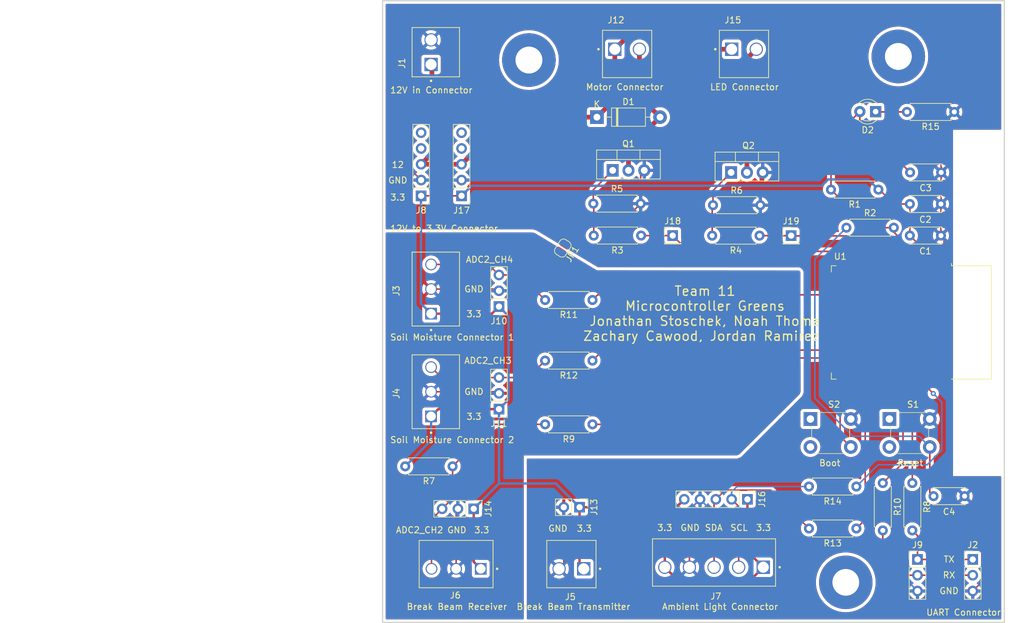
<source format=kicad_pcb>
(kicad_pcb (version 20211014) (generator pcbnew)
  (layers (0 "F.Cu" signal) (31 "B.Cu" signal) (34 "B.Paste" user) (35 "F.Paste" user) (36 "B.SilkS" user "B.Silkscreen") (37 "F.SilkS" user "F.Silkscreen") (38 "B.Mask" user) (39 "F.Mask" user) (44 "Edge.Cuts" user))
  (net 0 "")
  (net 1 "GND")
  (net 8 "ADC2_CH4")
  (net 15 "ADC2_CH3")
  (net 16 "ADC2_CH2")
  (net 24 "Net-(D1-Pad2)")
  (net 25 "TX")
  (net 27 "+12V")
  (net 28 "Net-(Q1-Pad1)")
  (net 29 "RX")
  (net 30 "+3V3")
  (net 31 "Net-(Q2-Pad1)")
  (net 32 "EN")
  (net 36 "boot")
  (net 38 "Net-(C4-Pad2)")
  (net 42 "SCL")
  (net 43 "SDA")
  (net 46 "Net-(J15-Pad2)")
  (net 49 "GPIO 27")
  (net 50 "GPIO 26")
  (net 51 "GNDA")
  (net 52 "Net-(U1-Pad35)")
  (net 53 "Net-(U1-Pad24)")
  (net 54 "Net-(U1-Pad34)")
  (net 55 "Net-(U1-Pad16)")
  (net 56 "Net-(U1-Pad23)")
  (net 57 "Net-(U1-Pad33)")
  (net 58 "Net-(U1-Pad36)")
  (net 59 "Net-(D2-Pad1)")
  (footprint "Connector_PinHeader_2.54mm:PinHeader_1x02_P2.54mm_Vertical" (layer "F.Cu") (at 172.979 116.078 -90)
    (fp_text reference "J13" (at 0 -2.33 90) (layer "F.SilkS"))
    (fp_text value "Break Beam Transmitter Test Pins")
    (pad "1" thru_hole rect (at 0 0 270) (size 1.7 1.7) (drill 1) (layers *.Cu *.Mask) (net 30 "+3V3"))
    (pad "2" thru_hole oval (at 0 2.54 270) (size 1.7 1.7) (drill 1) (layers *.Cu *.Mask) (net 1 "GND"))
  )
  (footprint "Package_TO_SOT_THT:TO-220-3_Vertical" (layer "F.Cu") (at 197.358 62.24)
    (fp_text reference "Q2" (at 2.794 -4.318) (layer "F.SilkS"))
    (fp_text value "IRLZ44N")
    (pad "1" thru_hole rect (at 0 0) (size 1.905 2) (drill 1.1) (layers *.Cu *.Mask) (net 31 "Net-(Q2-Pad1)"))
    (pad "2" thru_hole oval (at 2.54 0) (size 1.905 2) (drill 1.1) (layers *.Cu *.Mask) (net 46 "Net-(J15-Pad2)"))
    (pad "3" thru_hole oval (at 5.08 0) (size 1.905 2) (drill 1.1) (layers *.Cu *.Mask) (net 1 "GND"))
  )
  (footprint "Connector_PinHeader_2.54mm:PinHeader_1x01_P2.54mm_Vertical" (layer "F.Cu") (at 187.96 72.39)
    (fp_text reference "J18" (at 0 -2.33) (layer "F.SilkS"))
    (fp_text value "Motor Test Pin")
    (pad "1" thru_hole rect (at 0 0) (size 1.7 1.7) (drill 1) (layers *.Cu *.Mask) (net 49 "GPIO 27"))
  )
  (footprint "digikey-footprints:Switch_Tactile_THT_6x6mm" (layer "F.Cu") (at 222.81 101.89)
    (fp_text reference "S1" (at 3.81 -2.3368) (layer "F.SilkS"))
    (fp_text value "1825910-6")
    (pad "1" thru_hole rect locked (at 0 0) (size 2.2 2.2) (drill 1.2) (layers *.Cu *.Mask))
    (pad "2" thru_hole circle locked (at 6.5 0) (size 2.2 2.2) (drill 1.2) (layers *.Cu *.Mask) (net 1 "GND"))
    (pad "3" thru_hole circle locked (at 0 4.5) (size 2.2 2.2) (drill 1.2) (layers *.Cu *.Mask))
    (pad "4" thru_hole circle locked (at 6.5 4.5) (size 2.2 2.2) (drill 1.2) (layers *.Cu *.Mask) (net 38 "Net-(C4-Pad2)"))
  )
  (footprint "Resistor_THT:R_Axial_DIN0207_L6.3mm_D2.5mm_P7.62mm_Horizontal" (layer "F.Cu") (at 215.9 71.12)
    (fp_text reference "R2" (at 3.81 -2.37) (layer "F.SilkS"))
    (fp_text value "R (smallest possible)")
    (pad "1" thru_hole circle (at 0 0) (size 1.6 1.6) (drill 0.8) (layers *.Cu *.Mask) (net 38 "Net-(C4-Pad2)"))
    (pad "2" thru_hole oval (at 7.62 0) (size 1.6 1.6) (drill 0.8) (layers *.Cu *.Mask) (net 32 "EN"))
  )
  (footprint "Resistor_THT:R_Axial_DIN0207_L6.3mm_D2.5mm_P7.62mm_Horizontal" (layer "F.Cu") (at 152.56 109.5 180)
    (fp_text reference "R7" (at 3.81 -2.37) (layer "F.SilkS"))
    (fp_text value "1k")
    (pad "1" thru_hole circle (at 0 0 180) (size 1.6 1.6) (drill 0.8) (layers *.Cu *.Mask) (net 16 "ADC2_CH2"))
    (pad "2" thru_hole oval (at 7.62 0 180) (size 1.6 1.6) (drill 0.8) (layers *.Cu *.Mask) (net 30 "+3V3"))
  )
  (footprint "Resistor_THT:R_Axial_DIN0207_L6.3mm_D2.5mm_P7.62mm_Horizontal" (layer "F.Cu") (at 175.19 67.25)
    (fp_text reference "R5" (at 3.81 -2.37) (layer "F.SilkS"))
    (fp_text value "300")
    (pad "1" thru_hole circle (at 0 0) (size 1.6 1.6) (drill 0.8) (layers *.Cu *.Mask) (net 28 "Net-(Q1-Pad1)"))
    (pad "2" thru_hole oval (at 7.62 0) (size 1.6 1.6) (drill 0.8) (layers *.Cu *.Mask) (net 1 "GND"))
  )
  (footprint "Resistor_THT:R_Axial_DIN0207_L6.3mm_D2.5mm_P7.62mm_Horizontal" (layer "F.Cu") (at 175.06 92.5 180)
    (fp_text reference "R12" (at 3.81 -2.37) (layer "F.SilkS"))
    (fp_text value "R")
    (pad "1" thru_hole circle (at 0 0 180) (size 1.6 1.6) (drill 0.8) (layers *.Cu *.Mask) (net 56 "Net-(U1-Pad23)"))
    (pad "2" thru_hole oval (at 7.62 0 180) (size 1.6 1.6) (drill 0.8) (layers *.Cu *.Mask) (net 15 "ADC2_CH3"))
  )
  (footprint "Connector_PinHeader_2.54mm:PinHeader_1x03_P2.54mm_Vertical" (layer "F.Cu") (at 227.33 124.475)
    (fp_text reference "J9" (at 0 -2.33) (layer "F.SilkS"))
    (fp_text value "UART Test Pins")
    (pad "1" thru_hole rect (at 0 0) (size 1.7 1.7) (drill 1) (layers *.Cu *.Mask) (net 25 "TX"))
    (pad "2" thru_hole oval (at 0 2.54) (size 1.7 1.7) (drill 1) (layers *.Cu *.Mask) (net 29 "RX"))
    (pad "3" thru_hole oval (at 0 5.08) (size 1.7 1.7) (drill 1) (layers *.Cu *.Mask) (net 1 "GND"))
  )
  (footprint "Connector_PinHeader_2.54mm:PinHeader_1x03_P2.54mm_Vertical" (layer "F.Cu") (at 160.02 83.805 180)
    (fp_text reference "J10" (at 0 -2.33) (layer "F.SilkS"))
    (fp_text value "Soil Moisture 1 Test Pins")
    (pad "1" thru_hole rect (at 0 0 180) (size 1.7 1.7) (drill 1) (layers *.Cu *.Mask) (net 30 "+3V3"))
    (pad "2" thru_hole oval (at 0 2.54 180) (size 1.7 1.7) (drill 1) (layers *.Cu *.Mask) (net 51 "GNDA"))
    (pad "3" thru_hole oval (at 0 5.08 180) (size 1.7 1.7) (drill 1) (layers *.Cu *.Mask) (net 8 "ADC2_CH4"))
  )
  (footprint "Resistor_THT:R_Axial_DIN0207_L6.3mm_D2.5mm_P7.62mm_Horizontal" (layer "F.Cu") (at 226.5 112.19 -90)
    (fp_text reference "R8" (at 3.81 -2.37 90) (layer "F.SilkS"))
    (fp_text value "R")
    (pad "1" thru_hole circle (at 0 0 270) (size 1.6 1.6) (drill 0.8) (layers *.Cu *.Mask) (net 52 "Net-(U1-Pad35)"))
    (pad "2" thru_hole oval (at 7.62 0 270) (size 1.6 1.6) (drill 0.8) (layers *.Cu *.Mask) (net 25 "TX"))
  )
  (footprint "MTA:TE_640388-3" (layer "F.Cu") (at 157.0885 125.982)
    (fp_text reference "J6" (at -4.0885 4.268) (layer "F.SilkS"))
    (fp_text value "Break Beam Receiver" (at -3.838489 6.098) (layer "F.SilkS"))
    (pad "1" thru_hole rect locked (at 0 0) (size 1.874 1.874) (drill 1.524) (layers *.Cu *.Mask) (net 30 "+3V3"))
    (pad "2" thru_hole circle locked (at -3.96 0) (size 1.874 1.874) (drill 1.524) (layers *.Cu *.Mask) (net 51 "GNDA"))
    (pad "3" thru_hole circle locked (at -7.92 0) (size 1.874 1.874) (drill 1.524) (layers *.Cu *.Mask) (net 16 "ADC2_CH2"))
  )
  (footprint "MTA:TE_640445-5" (layer "F.Cu") (at 202.53 125.73 180)
    (fp_text reference "J7" (at 7.6325 -4.683) (layer "F.SilkS"))
    (fp_text value "Ambient Light Connector" (at 6.95 -6.35) (layer "F.SilkS"))
    (pad "1" thru_hole rect locked (at 0 0 180) (size 2.128 2.128) (drill 1.778) (layers *.Cu *.Mask) (net 30 "+3V3"))
    (pad "2" thru_hole circle locked (at 3.96 0 180) (size 2.128 2.128) (drill 1.778) (layers *.Cu *.Mask) (net 42 "SCL"))
    (pad "3" thru_hole circle locked (at 7.92 0 180) (size 2.128 2.128) (drill 1.778) (layers *.Cu *.Mask) (net 43 "SDA"))
    (pad "4" thru_hole circle locked (at 11.88 0 180) (size 2.128 2.128) (drill 1.778) (layers *.Cu *.Mask) (net 1 "GND"))
    (pad "5" thru_hole circle locked (at 15.84 0 180) (size 2.128 2.128) (drill 1.778) (layers *.Cu *.Mask) (net 30 "+3V3"))
  )
  (footprint "MTA:TE_640388-3" (layer "F.Cu") (at 149.1 84.9525 -90)
    (fp_text reference "J3" (at -3.6725 5.59 90) (layer "F.SilkS"))
    (fp_text value "Soil Moisture Connector 1" (at 3.7975 -3.4 180) (layer "F.SilkS"))
    (pad "1" thru_hole rect locked (at 0 0 270) (size 1.874 1.874) (drill 1.524) (layers *.Cu *.Mask) (net 30 "+3V3"))
    (pad "2" thru_hole circle locked (at -3.96 0 270) (size 1.874 1.874) (drill 1.524) (layers *.Cu *.Mask) (net 51 "GNDA"))
    (pad "3" thru_hole circle locked (at -7.92 0 270) (size 1.874 1.874) (drill 1.524) (layers *.Cu *.Mask) (net 8 "ADC2_CH4"))
  )
  (footprint "Connector_PinHeader_2.54mm:PinHeader_1x03_P2.54mm_Vertical" (layer "F.Cu") (at 236.22 124.475)
    (fp_text reference "J2" (at 0 -2.33) (layer "F.SilkS"))
    (fp_text value "UART Connector" (at -1.47 8.525) (layer "F.SilkS"))
    (pad "1" thru_hole rect (at 0 0) (size 1.7 1.7) (drill 1) (layers *.Cu *.Mask) (net 25 "TX"))
    (pad "2" thru_hole oval (at 0 2.54) (size 1.7 1.7) (drill 1) (layers *.Cu *.Mask) (net 29 "RX"))
    (pad "3" thru_hole oval (at 0 5.08) (size 1.7 1.7) (drill 1) (layers *.Cu *.Mask) (net 1 "GND"))
  )
  (footprint "" (layer "F.Cu") (at 224.25 43.58)
    (fp_text reference "" (at 0 0) (layer "F.SilkS") (effects (font (size 1.27 1.27))))
    (fp_text value "" (at 0 0) (layer "F.SilkS") (effects (font (size 1.27 1.27))))
    (pad "1" thru_hole circle locked (at 0 0) (size 8.6 8.6) (drill 4.3) (layers *.Cu *.Mask))
  )
  (footprint "MTA:TE_640445-2" (layer "F.Cu") (at 173.6505 125.984 180)
    (fp_text reference "J5" (at 2.1505 -4.516) (layer "F.SilkS"))
    (fp_text value "Break Beam Transmitter" (at 1.6505 -6.096) (layer "F.SilkS"))
    (pad "1" thru_hole rect locked (at 0 0 180) (size 2.128 2.128) (drill 1.778) (layers *.Cu *.Mask) (net 30 "+3V3"))
    (pad "2" thru_hole circle locked (at 3.96 0 180) (size 2.128 2.128) (drill 1.778) (layers *.Cu *.Mask) (net 1 "GND"))
  )
  (footprint "Capacitor_THT:C_Disc_D5.0mm_W2.5mm_P5.00mm" (layer "F.Cu") (at 231.1 72.39 180)
    (fp_text reference "C1" (at 2.5 -2.5) (layer "F.SilkS"))
    (fp_text value "22uF")
    (pad "1" thru_hole circle (at 0 0 180) (size 1.6 1.6) (drill 0.8) (layers *.Cu *.Mask) (net 1 "GND"))
    (pad "2" thru_hole circle (at 5 0 180) (size 1.6 1.6) (drill 0.8) (layers *.Cu *.Mask) (net 30 "+3V3"))
  )
  (footprint "Resistor_THT:R_Axial_DIN0207_L6.3mm_D2.5mm_P7.62mm_Horizontal" (layer "F.Cu") (at 182.88 72.39 180)
    (fp_text reference "R3" (at 3.81 -2.37 180) (layer "F.SilkS"))
    (fp_text value "100")
    (pad "1" thru_hole circle (at 0 0 180) (size 1.6 1.6) (drill 0.8) (layers *.Cu *.Mask) (net 49 "GPIO 27"))
    (pad "2" thru_hole oval (at 7.62 0 180) (size 1.6 1.6) (drill 0.8) (layers *.Cu *.Mask) (net 28 "Net-(Q1-Pad1)"))
  )
  (footprint "Connector_PinHeader_2.54mm:PinHeader_1x05_P2.54mm_Vertical" (layer "F.Cu") (at 199.9775 114.808 -90)
    (fp_text reference "J16" (at 0 -2.33 90) (layer "F.SilkS"))
    (fp_text value "Ambient Light Test Pins")
    (pad "1" thru_hole rect (at 0 0 270) (size 1.7 1.7) (drill 1) (layers *.Cu *.Mask) (net 30 "+3V3"))
    (pad "2" thru_hole oval (at 0 2.54 270) (size 1.7 1.7) (drill 1) (layers *.Cu *.Mask) (net 42 "SCL"))
    (pad "3" thru_hole oval (at 0 5.08 270) (size 1.7 1.7) (drill 1) (layers *.Cu *.Mask) (net 43 "SDA"))
    (pad "4" thru_hole oval (at 0 7.62 270) (size 1.7 1.7) (drill 1) (layers *.Cu *.Mask) (net 1 "GND"))
    (pad "5" thru_hole oval (at 0 10.16 270) (size 1.7 1.7) (drill 1) (layers *.Cu *.Mask) (net 30 "+3V3"))
  )
  (footprint "MTA:TE_640445-2" (layer "F.Cu") (at 178.6475 42.418)
    (fp_text reference "J12" (at 0.194 -4.683) (layer "F.SilkS"))
    (fp_text value "Motor Connector" (at 1.6025 6.082) (layer "F.SilkS"))
    (pad "1" thru_hole rect locked (at 0 0) (size 2.128 2.128) (drill 1.778) (layers *.Cu *.Mask) (net 27 "+12V"))
    (pad "2" thru_hole circle locked (at 3.96 0) (size 2.128 2.128) (drill 1.778) (layers *.Cu *.Mask) (net 24 "Net-(D1-Pad2)"))
  )
  (footprint "Connector_PinHeader_2.54mm:PinHeader_1x03_P2.54mm_Vertical" (layer "F.Cu") (at 155.956 116.332 -90)
    (fp_text reference "J14" (at 0 -2.33 90) (layer "F.SilkS"))
    (fp_text value "Break Beam Receiver Test Pins")
    (pad "1" thru_hole rect (at 0 0 270) (size 1.7 1.7) (drill 1) (layers *.Cu *.Mask) (net 30 "+3V3"))
    (pad "2" thru_hole oval (at 0 2.54 270) (size 1.7 1.7) (drill 1) (layers *.Cu *.Mask) (net 51 "GNDA"))
    (pad "3" thru_hole oval (at 0 5.08 270) (size 1.7 1.7) (drill 1) (layers *.Cu *.Mask) (net 16 "ADC2_CH2"))
  )
  (footprint "LED_THT:LED_D3.0mm" (layer "F.Cu") (at 220.599 52.451 180)
    (fp_text reference "D2" (at 1.27 -2.96) (layer "F.SilkS"))
    (fp_text value "LED")
    (pad "1" thru_hole rect (at 0 0 180) (size 1.8 1.8) (drill 0.9) (layers *.Cu *.Mask) (net 59 "Net-(D2-Pad1)"))
    (pad "2" thru_hole circle (at 2.54 0 180) (size 1.8 1.8) (drill 0.9) (layers *.Cu *.Mask) (net 32 "EN"))
  )
  (footprint "Resistor_THT:R_Axial_DIN0207_L6.3mm_D2.5mm_P7.62mm_Horizontal" (layer "F.Cu") (at 201.93 72.4 180)
    (fp_text reference "R4" (at 3.81 -2.37 180) (layer "F.SilkS"))
    (fp_text value "100")
    (pad "1" thru_hole circle (at 0 0 180) (size 1.6 1.6) (drill 0.8) (layers *.Cu *.Mask) (net 50 "GPIO 26"))
    (pad "2" thru_hole oval (at 7.62 0 180) (size 1.6 1.6) (drill 0.8) (layers *.Cu *.Mask) (net 31 "Net-(Q2-Pad1)"))
  )
  (footprint "Capacitor_THT:C_Disc_D5.0mm_W2.5mm_P5.00mm" (layer "F.Cu") (at 234.91 114.3 180)
    (fp_text reference "C4" (at 2.5 -2.5) (layer "F.SilkS"))
    (fp_text value ".1uF")
    (pad "1" thru_hole circle (at 0 0 180) (size 1.6 1.6) (drill 0.8) (layers *.Cu *.Mask) (net 1 "GND"))
    (pad "2" thru_hole circle (at 5 0 180) (size 1.6 1.6) (drill 0.8) (layers *.Cu *.Mask) (net 38 "Net-(C4-Pad2)"))
  )
  (footprint "Capacitor_THT:C_Disc_D5.0mm_W2.5mm_P5.00mm" (layer "F.Cu") (at 231.14 62.23 180)
    (fp_text reference "C3" (at 2.5 -2.5) (layer "F.SilkS"))
    (fp_text value "1uF")
    (pad "1" thru_hole circle (at 0 0 180) (size 1.6 1.6) (drill 0.8) (layers *.Cu *.Mask) (net 1 "GND"))
    (pad "2" thru_hole circle (at 5 0 180) (size 1.6 1.6) (drill 0.8) (layers *.Cu *.Mask) (net 32 "EN"))
  )
  (footprint "Diode_THT:D_DO-41_SOD81_P10.16mm_Horizontal" (layer "F.Cu") (at 175.768 53.34)
    (fp_text reference "D1" (at 5.08 -2.47) (layer "F.SilkS"))
    (fp_text value "1N4007")
    (fp_text user "K" (at 0 -2.1) (layer "F.SilkS"))
    (pad "1" thru_hole rect (at 0 0) (size 2.2 2.2) (drill 1.1) (layers *.Cu *.Mask) (net 27 "+12V"))
    (pad "2" thru_hole oval (at 10.16 0) (size 2.2 2.2) (drill 1.1) (layers *.Cu *.Mask) (net 24 "Net-(D1-Pad2)"))
  )
  (footprint "Resistor_THT:R_Axial_DIN0207_L6.3mm_D2.5mm_P7.62mm_Horizontal" (layer "F.Cu") (at 175.06 82.75 180)
    (fp_text reference "R11" (at 3.81 -2.37) (layer "F.SilkS"))
    (fp_text value "R")
    (pad "1" thru_hole circle (at 0 0 180) (size 1.6 1.6) (drill 0.8) (layers *.Cu *.Mask) (net 55 "Net-(U1-Pad16)"))
    (pad "2" thru_hole oval (at 7.62 0 180) (size 1.6 1.6) (drill 0.8) (layers *.Cu *.Mask) (net 8 "ADC2_CH4"))
  )
  (footprint "Resistor_THT:R_Axial_DIN0207_L6.3mm_D2.5mm_P7.62mm_Horizontal" (layer "F.Cu") (at 217.5 112.75 180)
    (fp_text reference "R14" (at 3.81 -2.37) (layer "F.SilkS"))
    (fp_text value "R")
    (pad "1" thru_hole circle (at 0 0 180) (size 1.6 1.6) (drill 0.8) (layers *.Cu *.Mask) (net 58 "Net-(U1-Pad36)"))
    (pad "2" thru_hole oval (at 7.62 0 180) (size 1.6 1.6) (drill 0.8) (layers *.Cu *.Mask) (net 42 "SCL"))
  )
  (footprint "RF_Module:ESP32-WROOM-32" (layer "F.Cu") (at 223.35 86.36 -90)
    (fp_text reference "U1" (at -10.61 8.43) (layer "F.SilkS"))
    (fp_text value "ESP32-WROOM-32")
    (pad "1" smd rect (at -8.5 -8.255 270) (size 2 0.9) (layers "F.Cu" "F.Paste" "F.Mask") (net 1 "GND"))
    (pad "2" smd rect (at -8.5 -6.985 270) (size 2 0.9) (layers "F.Cu" "F.Paste" "F.Mask") (net 30 "+3V3"))
    (pad "3" smd rect (at -8.5 -5.715 270) (size 2 0.9) (layers "F.Cu" "F.Paste" "F.Mask") (net 32 "EN"))
    (pad "4" smd rect (at -8.5 -4.445 270) (size 2 0.9) (layers "F.Cu" "F.Paste" "F.Mask"))
    (pad "5" smd rect (at -8.5 -3.175 270) (size 2 0.9) (layers "F.Cu" "F.Paste" "F.Mask"))
    (pad "6" smd rect (at -8.5 -1.905 270) (size 2 0.9) (layers "F.Cu" "F.Paste" "F.Mask"))
    (pad "7" smd rect (at -8.5 -0.635 270) (size 2 0.9) (layers "F.Cu" "F.Paste" "F.Mask"))
    (pad "8" smd rect (at -8.5 0.635 270) (size 2 0.9) (layers "F.Cu" "F.Paste" "F.Mask"))
    (pad "9" smd rect (at -8.5 1.905 270) (size 2 0.9) (layers "F.Cu" "F.Paste" "F.Mask"))
    (pad "10" smd rect (at -8.5 3.175 270) (size 2 0.9) (layers "F.Cu" "F.Paste" "F.Mask"))
    (pad "11" smd rect (at -8.5 4.445 270) (size 2 0.9) (layers "F.Cu" "F.Paste" "F.Mask") (net 50 "GPIO 26"))
    (pad "12" smd rect (at -8.5 5.715 270) (size 2 0.9) (layers "F.Cu" "F.Paste" "F.Mask") (net 49 "GPIO 27"))
    (pad "13" smd rect (at -8.5 6.985 270) (size 2 0.9) (layers "F.Cu" "F.Paste" "F.Mask"))
    (pad "14" smd rect (at -8.5 8.255 270) (size 2 0.9) (layers "F.Cu" "F.Paste" "F.Mask"))
    (pad "15" smd rect (at -5.715 9.255) (size 2 0.9) (layers "F.Cu" "F.Paste" "F.Mask") (net 1 "GND"))
    (pad "16" smd rect (at -4.445 9.255) (size 2 0.9) (layers "F.Cu" "F.Paste" "F.Mask") (net 55 "Net-(U1-Pad16)"))
    (pad "17" smd rect (at -3.175 9.255) (size 2 0.9) (layers "F.Cu" "F.Paste" "F.Mask"))
    (pad "18" smd rect (at -1.905 9.255) (size 2 0.9) (layers "F.Cu" "F.Paste" "F.Mask"))
    (pad "19" smd rect (at -0.635 9.255) (size 2 0.9) (layers "F.Cu" "F.Paste" "F.Mask"))
    (pad "20" smd rect (at 0.635 9.255) (size 2 0.9) (layers "F.Cu" "F.Paste" "F.Mask"))
    (pad "21" smd rect (at 1.905 9.255) (size 2 0.9) (layers "F.Cu" "F.Paste" "F.Mask"))
    (pad "22" smd rect (at 3.175 9.255) (size 2 0.9) (layers "F.Cu" "F.Paste" "F.Mask"))
    (pad "23" smd rect (at 4.445 9.255) (size 2 0.9) (layers "F.Cu" "F.Paste" "F.Mask") (net 56 "Net-(U1-Pad23)"))
    (pad "24" smd rect (at 5.715 9.255) (size 2 0.9) (layers "F.Cu" "F.Paste" "F.Mask") (net 53 "Net-(U1-Pad24)"))
    (pad "25" smd rect (at 8.5 8.255 270) (size 2 0.9) (layers "F.Cu" "F.Paste" "F.Mask") (net 36 "boot"))
    (pad "26" smd rect (at 8.5 6.985 270) (size 2 0.9) (layers "F.Cu" "F.Paste" "F.Mask"))
    (pad "27" smd rect (at 8.5 5.715 270) (size 2 0.9) (layers "F.Cu" "F.Paste" "F.Mask"))
    (pad "28" smd rect (at 8.5 4.445 270) (size 2 0.9) (layers "F.Cu" "F.Paste" "F.Mask"))
    (pad "29" smd rect (at 8.5 3.175 270) (size 2 0.9) (layers "F.Cu" "F.Paste" "F.Mask"))
    (pad "30" smd rect (at 8.5 1.905 270) (size 2 0.9) (layers "F.Cu" "F.Paste" "F.Mask"))
    (pad "31" smd rect (at 8.5 0.635 270) (size 2 0.9) (layers "F.Cu" "F.Paste" "F.Mask"))
    (pad "32" smd rect (at 8.5 -0.635 270) (size 2 0.9) (layers "F.Cu" "F.Paste" "F.Mask"))
    (pad "33" smd rect (at 8.5 -1.905 270) (size 2 0.9) (layers "F.Cu" "F.Paste" "F.Mask") (net 57 "Net-(U1-Pad33)"))
    (pad "34" smd rect (at 8.5 -3.175 270) (size 2 0.9) (layers "F.Cu" "F.Paste" "F.Mask") (net 54 "Net-(U1-Pad34)"))
    (pad "35" smd rect (at 8.5 -4.445 270) (size 2 0.9) (layers "F.Cu" "F.Paste" "F.Mask") (net 52 "Net-(U1-Pad35)"))
    (pad "36" smd rect (at 8.5 -5.715 270) (size 2 0.9) (layers "F.Cu" "F.Paste" "F.Mask") (net 58 "Net-(U1-Pad36)"))
    (pad "37" smd rect (at 8.5 -6.985 270) (size 2 0.9) (layers "F.Cu" "F.Paste" "F.Mask"))
    (pad "38" smd rect (at 8.5 -8.255 270) (size 2 0.9) (layers "F.Cu" "F.Paste" "F.Mask") (net 1 "GND"))
    (pad "39" smd rect (at -1 -0.755 270) (size 5 5) (layers "F.Cu" "F.Paste" "F.Mask") (net 1 "GND"))
  )
  (footprint "Resistor_THT:R_Axial_DIN0207_L6.3mm_D2.5mm_P7.62mm_Horizontal" (layer "F.Cu") (at 175.06 102.75 180)
    (fp_text reference "R9" (at 3.81 -2.37) (layer "F.SilkS"))
    (fp_text value "R")
    (pad "1" thru_hole circle (at 0 0 180) (size 1.6 1.6) (drill 0.8) (layers *.Cu *.Mask) (net 53 "Net-(U1-Pad24)"))
    (pad "2" thru_hole oval (at 7.62 0 180) (size 1.6 1.6) (drill 0.8) (layers *.Cu *.Mask) (net 16 "ADC2_CH2"))
  )
  (footprint "Capacitor_THT:C_Disc_D5.0mm_W2.5mm_P5.00mm" (layer "F.Cu") (at 231.1 67.31 180)
    (fp_text reference "C2" (at 2.5 -2.5) (layer "F.SilkS"))
    (fp_text value ".1uF")
    (pad "1" thru_hole circle (at 0 0 180) (size 1.6 1.6) (drill 0.8) (layers *.Cu *.Mask) (net 1 "GND"))
    (pad "2" thru_hole circle (at 5 0 180) (size 1.6 1.6) (drill 0.8) (layers *.Cu *.Mask) (net 30 "+3V3"))
  )
  (footprint "Connector_PinHeader_2.54mm:PinHeader_1x03_P2.54mm_Vertical" (layer "F.Cu") (at 160.02 100.3 180)
    (fp_text reference "J11" (at 0 -2.33) (layer "F.SilkS"))
    (fp_text value "Soil Moisture 2 Test Pins")
    (pad "1" thru_hole rect (at 0 0 180) (size 1.7 1.7) (drill 1) (layers *.Cu *.Mask) (net 30 "+3V3"))
    (pad "2" thru_hole oval (at 0 2.54 180) (size 1.7 1.7) (drill 1) (layers *.Cu *.Mask) (net 51 "GNDA"))
    (pad "3" thru_hole oval (at 0 5.08 180) (size 1.7 1.7) (drill 1) (layers *.Cu *.Mask) (net 15 "ADC2_CH3"))
  )
  (footprint "MTA:TE_640445-2" (layer "F.Cu") (at 149.098 44.8725 90)
    (fp_text reference "J1" (at 0.194 -4.683 90) (layer "F.SilkS"))
    (fp_text value "12V in Connector" (at -4.1275 0.044857 180) (layer "F.SilkS"))
    (pad "1" thru_hole rect locked (at 0 0 90) (size 2.128 2.128) (drill 1.778) (layers *.Cu *.Mask) (net 27 "+12V"))
    (pad "2" thru_hole circle locked (at 3.96 0 90) (size 2.128 2.128) (drill 1.778) (layers *.Cu *.Mask) (net 1 "GND"))
  )
  (footprint "digikey-footprints:Switch_Tactile_THT_6x6mm" (layer "F.Cu") (at 210.11 101.89)
    (fp_text reference "S2" (at 3.81 -2.3368) (layer "F.SilkS"))
    (fp_text value "1825910-6")
    (pad "1" thru_hole rect locked (at 0 0) (size 2.2 2.2) (drill 1.2) (layers *.Cu *.Mask))
    (pad "2" thru_hole circle locked (at 6.5 0) (size 2.2 2.2) (drill 1.2) (layers *.Cu *.Mask) (net 1 "GND"))
    (pad "3" thru_hole circle locked (at 0 4.5) (size 2.2 2.2) (drill 1.2) (layers *.Cu *.Mask))
    (pad "4" thru_hole circle locked (at 6.5 4.5) (size 2.2 2.2) (drill 1.2) (layers *.Cu *.Mask) (net 36 "boot"))
  )
  (footprint "Connector_PinHeader_2.54mm:PinHeader_1x05_P2.54mm_Vertical" (layer "F.Cu") (at 147.5 66 180)
    (fp_text reference "J8" (at 0 -2.33) (layer "F.SilkS"))
    (fp_text value "12V to 3.3V Connector" (at -3.690476 -5.25) (layer "F.SilkS"))
    (pad "1" thru_hole rect (at 0 0 180) (size 1.7 1.7) (drill 1) (layers *.Cu *.Mask) (net 30 "+3V3"))
    (pad "2" thru_hole oval (at 0 2.54 180) (size 1.7 1.7) (drill 1) (layers *.Cu *.Mask) (net 1 "GND"))
    (pad "3" thru_hole oval (at 0 5.08 180) (size 1.7 1.7) (drill 1) (layers *.Cu *.Mask) (net 27 "+12V"))
    (pad "4" thru_hole oval (at 0 7.62 180) (size 1.7 1.7) (drill 1) (layers *.Cu *.Mask))
    (pad "5" thru_hole oval (at 0 10.16 180) (size 1.7 1.7) (drill 1) (layers *.Cu *.Mask))
  )
  (footprint "Resistor_THT:R_Axial_DIN0207_L6.3mm_D2.5mm_P7.62mm_Horizontal" (layer "F.Cu") (at 194.44 67.5)
    (fp_text reference "R6" (at 3.81 -2.37) (layer "F.SilkS"))
    (fp_text value "300")
    (pad "1" thru_hole circle (at 0 0) (size 1.6 1.6) (drill 0.8) (layers *.Cu *.Mask) (net 31 "Net-(Q2-Pad1)"))
    (pad "2" thru_hole oval (at 7.62 0) (size 1.6 1.6) (drill 0.8) (layers *.Cu *.Mask) (net 1 "GND"))
  )
  (footprint "MTA:TE_640445-2" (layer "F.Cu") (at 197.4435 42.418)
    (fp_text reference "J15" (at 0.194 -4.683) (layer "F.SilkS"))
    (fp_text value "LED Connector" (at 2.0565 6.082) (layer "F.SilkS"))
    (pad "1" thru_hole rect locked (at 0 0) (size 2.128 2.128) (drill 1.778) (layers *.Cu *.Mask) (net 27 "+12V"))
    (pad "2" thru_hole circle locked (at 3.96 0) (size 2.128 2.128) (drill 1.778) (layers *.Cu *.Mask) (net 46 "Net-(J15-Pad2)"))
  )
  (footprint "Resistor_THT:R_Axial_DIN0207_L6.3mm_D2.5mm_P7.62mm_Horizontal" (layer "F.Cu") (at 233.25 52.5 180)
    (fp_text reference "R15" (at 3.81 -2.37) (layer "F.SilkS"))
    (fp_text value "R")
    (pad "1" thru_hole circle (at 0 0 180) (size 1.6 1.6) (drill 0.8) (layers *.Cu *.Mask) (net 1 "GND"))
    (pad "2" thru_hole oval (at 7.62 0 180) (size 1.6 1.6) (drill 0.8) (layers *.Cu *.Mask) (net 59 "Net-(D2-Pad1)"))
  )
  (footprint "MountingHole:MountingHole_4.3mm_M4_Pad" (layer "F.Cu") (at 164.84 44.16)
    (fp_text reference "REF**")
    (fp_text value "MountingHole_4.3mm_M4_Pad")
    (pad "1" thru_hole circle locked (at 0 0) (size 8.6 8.6) (drill 4.3) (layers *.Cu *.Mask))
  )
  (footprint "Resistor_THT:R_Axial_DIN0207_L6.3mm_D2.5mm_P7.62mm_Horizontal" (layer "F.Cu") (at 221.75 112.19 -90)
    (fp_text reference "R10" (at 3.81 -2.37 90) (layer "F.SilkS"))
    (fp_text value "R")
    (pad "1" thru_hole circle (at 0 0 270) (size 1.6 1.6) (drill 0.8) (layers *.Cu *.Mask) (net 54 "Net-(U1-Pad34)"))
    (pad "2" thru_hole oval (at 7.62 0 270) (size 1.6 1.6) (drill 0.8) (layers *.Cu *.Mask) (net 29 "RX"))
  )
  (footprint "MTA:TE_640388-3" (layer "F.Cu") (at 149.1 101.4625 -90)
    (fp_text reference "J4" (at -3.6725 5.59 90) (layer "F.SilkS"))
    (fp_text value "Soil Moisture Connector 2" (at 3.7875 -3.4 180) (layer "F.SilkS"))
    (pad "1" thru_hole rect locked (at 0 0 270) (size 1.874 1.874) (drill 1.524) (layers *.Cu *.Mask) (net 30 "+3V3"))
    (pad "2" thru_hole circle locked (at -3.96 0 270) (size 1.874 1.874) (drill 1.524) (layers *.Cu *.Mask) (net 51 "GNDA"))
    (pad "3" thru_hole circle locked (at -7.92 0 270) (size 1.874 1.874) (drill 1.524) (layers *.Cu *.Mask) (net 15 "ADC2_CH3"))
  )
  (footprint "" (layer "F.Cu") (at 164.84 44.16)
    (fp_text reference "" (at 0 0) (layer "F.SilkS") (effects (font (size 1.27 1.27))))
    (fp_text value "" (at 0 0) (layer "F.SilkS") (effects (font (size 1.27 1.27))))
    (pad "1" thru_hole circle locked (at 0 0) (size 8.6 8.6) (drill 4.3) (layers *.Cu *.Mask))
  )
  (footprint "MountingHole:MountingHole_4.3mm_M4_Pad" (layer "F.Cu") (at 224.25 43.58)
    (fp_text reference "S1")
    (fp_text value "MountingHole_4.3mm_M4_Pad")
    (pad "1" thru_hole circle locked (at 0 0) (size 8.6 8.6) (drill 4.3) (layers *.Cu *.Mask))
  )
  (footprint "Resistor_THT:R_Axial_DIN0207_L6.3mm_D2.5mm_P7.62mm_Horizontal" (layer "F.Cu") (at 221.04 65 180)
    (fp_text reference "R1" (at 3.81 -2.37 180) (layer "F.SilkS"))
    (fp_text value "10k")
    (pad "1" thru_hole circle (at 0 0 180) (size 1.6 1.6) (drill 0.8) (layers *.Cu *.Mask) (net 30 "+3V3"))
    (pad "2" thru_hole oval (at 7.62 0 180) (size 1.6 1.6) (drill 0.8) (layers *.Cu *.Mask) (net 32 "EN"))
  )
  (footprint "Jumper:SolderJumper-2_P1.3mm_Open_RoundedPad1.0x1.5mm" (layer "F.Cu") (at 170.28 74.4 -122)
    (fp_text reference "JP1" (at 0 -1.8 58) (layer "F.SilkS"))
    (fp_text value "SolderJumper_2_Open")
    (pad "1" smd custom (at -0.65 0 238) (size 1 0.5) (layers "F.Cu" "F.Mask") (net 1 "GND") (options (clearance outline) (anchor rect)) (primitives (gr_circle (center 0 0.25) (end 0.5 0.25) (width 0) (fill yes)) (gr_circle (center 0 -0.25) (end 0.5 -0.25) (width 0) (fill yes)) (gr_poly (pts (xy 0.5 0.75) (xy 0 0.75) (xy 0 -0.75) (xy 0.5 -0.75)) (width 0) (fill yes))))
    (pad "2" smd custom (at 0.65 0 238) (size 1 0.5) (layers "F.Cu" "F.Mask") (net 51 "GNDA") (options (clearance outline) (anchor rect)) (primitives (gr_circle (center 0 0.25) (end 0.5 0.25) (width 0) (fill yes)) (gr_circle (center 0 -0.25) (end 0.5 -0.25) (width 0) (fill yes)) (gr_poly (pts (xy 0 0.75) (xy -0.5 0.75) (xy -0.5 -0.75) (xy 0 -0.75)) (width 0) (fill yes))))
  )
  (footprint "Resistor_THT:R_Axial_DIN0207_L6.3mm_D2.5mm_P7.62mm_Horizontal" (layer "F.Cu") (at 217.5 119.5 180)
    (fp_text reference "R13" (at 3.81 -2.37) (layer "F.SilkS"))
    (fp_text value "R")
    (pad "1" thru_hole circle (at 0 0 180) (size 1.6 1.6) (drill 0.8) (layers *.Cu *.Mask) (net 57 "Net-(U1-Pad33)"))
    (pad "2" thru_hole oval (at 7.62 0 180) (size 1.6 1.6) (drill 0.8) (layers *.Cu *.Mask) (net 43 "SDA"))
  )
  (footprint "Connector_PinHeader_2.54mm:PinHeader_1x01_P2.54mm_Vertical" (layer "F.Cu") (at 207.01 72.4)
    (fp_text reference "J19" (at 0 -2.33) (layer "F.SilkS"))
    (fp_text value "LED Test Pin")
    (pad "1" thru_hole rect (at 0 0) (size 1.7 1.7) (drill 1) (layers *.Cu *.Mask) (net 50 "GPIO 26"))
  )
  (footprint "Package_TO_SOT_THT:TO-220-3_Vertical" (layer "F.Cu") (at 178.308 61.905)
    (fp_text reference "Q1" (at 2.54 -4.27) (layer "F.SilkS"))
    (fp_text value "IRLZ44N")
    (pad "1" thru_hole rect (at 0 0) (size 1.905 2) (drill 1.1) (layers *.Cu *.Mask) (net 28 "Net-(Q1-Pad1)"))
    (pad "2" thru_hole oval (at 2.54 0) (size 1.905 2) (drill 1.1) (layers *.Cu *.Mask) (net 24 "Net-(D1-Pad2)"))
    (pad "3" thru_hole oval (at 5.08 0.000007) (size 1.905 2) (drill 1.1) (layers *.Cu *.Mask) (net 1 "GND"))
  )
  (footprint "MountingHole:MountingHole_4.3mm_M4_Pad" (layer "F.Cu") (at 215.8 128.16)
    (fp_text reference "S1")
    (fp_text value "MountingHole_4.3mm_M4_Pad")
    (pad "1" thru_hole circle locked (at 0 0) (size 8.6 8.6) (drill 4.3) (layers *.Cu *.Mask))
  )
  (footprint "Connector_PinHeader_2.54mm:PinHeader_1x05_P2.54mm_Vertical" (layer "F.Cu") (at 154 66 180)
    (fp_text reference "J17" (at 0 -2.33) (layer "F.SilkS"))
    (fp_text value "12V to 3.3V Test Pins")
    (pad "1" thru_hole rect (at 0 0 180) (size 1.7 1.7) (drill 1) (layers *.Cu *.Mask) (net 30 "+3V3"))
    (pad "2" thru_hole oval (at 0 2.54 180) (size 1.7 1.7) (drill 1) (layers *.Cu *.Mask) (net 1 "GND"))
    (pad "3" thru_hole oval (at 0 5.08 180) (size 1.7 1.7) (drill 1) (layers *.Cu *.Mask) (net 27 "+12V"))
    (pad "4" thru_hole oval (at 0 7.62 180) (size 1.7 1.7) (drill 1) (layers *.Cu *.Mask))
    (pad "5" thru_hole oval (at 0 10.16 180) (size 1.7 1.7) (drill 1) (layers *.Cu *.Mask))
  )
  (gr_rect (start 141.3 34.62) (end 241.3 134.62) (layer "Edge.Cuts") (width 0.2) (fill none))
  (gr_text "3.3" (at 156 85) (layer "F.SilkS") (effects (font (size 1 1))))
  (gr_text "3.3" (at 157.25 119.75) (layer "F.SilkS") (effects (font (size 1 1))))
  (gr_text "ADC2_CH3" (at 158.25 92.5) (layer "F.SilkS") (effects (font (size 1 1))))
  (gr_text "GND" (at 169.5 119.5) (layer "F.SilkS") (effects (font (size 1 1))))
  (gr_text "GND" (at 156 97.5) (layer "F.SilkS") (effects (font (size 1 1))))
  (gr_text "SDA" (at 194.564 119.38) (layer "F.SilkS") (effects (font (size 1 1))))
  (gr_text "Boot" (at 213.233 108.966) (layer "F.SilkS") (effects (font (size 1 1))))
  (gr_text "GND" (at 156 81) (layer "F.SilkS") (effects (font (size 1 1))))
  (gr_text "12" (at 143.75 61) (layer "F.SilkS") (effects (font (size 1 1))))
  (gr_text "3.3" (at 143.75 66.25) (layer "F.SilkS") (effects (font (size 1 1))))
  (gr_text "3.3" (at 173.75 119.5) (layer "F.SilkS") (effects (font (size 1 1))))
  (gr_text "GND" (at 190.754 119.38) (layer "F.SilkS") (effects (font (size 1 1))))
  (gr_text "GND" (at 143.75 63.5) (layer "F.SilkS") (effects (font (size 1 1))))
  (gr_text "GND" (at 153.25 119.75) (layer "F.SilkS") (effects (font (size 1 1))))
  (gr_text "ADC2_CH4" (at 158.5 76.25) (layer "F.SilkS") (effects (font (size 1 1))))
  (gr_text "3.3" (at 186.69 119.38) (layer "F.SilkS") (effects (font (size 1 1))))
  (gr_text "Reset" (at 226.187 108.966) (layer "F.SilkS") (effects (font (size 1 1))))
  (gr_text "3.3" (at 156 101.5) (layer "F.SilkS") (effects (font (size 1 1))))
  (gr_text "SCL" (at 198.628 119.38) (layer "F.SilkS") (effects (font (size 1 1))))
  (gr_text "ADC2_CH2" (at 147.25 119.75) (layer "F.SilkS") (effects (font (size 1 1))))
  (gr_text "TX" (at 232.41 124.46) (layer "F.SilkS") (effects (font (size 1 1))))
  (gr_text "RX" (at 232.41 127) (layer "F.SilkS") (effects (font (size 1 1))))
  (gr_text "Team 11\nMicrocontroller Greens\nJonathan Stoschek, Noah Thoma\nZachary Cawood, Jordan Ramirez " (at 193.15 84.93) (layer "F.SilkS") (effects (font (size 1.5 1.5) (thickness 0.2))))
  (gr_text "GND" (at 232.41 129.54) (layer "F.SilkS") (effects (font (size 1 1))))
  (gr_text "3.3" (at 202.565 119.38) (layer "F.SilkS") (effects (font (size 1 1))))
  (segment (start 231.605 99.595) (end 231.605 94.86) (width 0.25) (layer "F.Cu") (net 1))
  (segment (start 182.81 67.25) (end 182.81 62.483007) (width 0.25) (layer "F.Cu") (net 1))
  (segment (start 234.91 114.3) (end 237.694511 117.084511) (width 0.25) (layer "F.Cu") (net 1))
  (segment (start 224.105 85.36) (end 231.605 92.86) (width 0.25) (layer "F.Cu") (net 1))
  (segment (start 231.034511 110.424511) (end 231.034511 103.614511) (width 0.25) (layer "F.Cu") (net 1))
  (segment (start 170.439 116.078) (end 170.439 125.2355) (width 0.25) (layer "F.Cu") (net 1))
  (segment (start 216.88 101.89) (end 217.17 101.6) (width 0.25) (layer "F.Cu") (net 1))
  (segment (start 190.65 116.5155) (end 192.3575 114.808) (width 0.25) (layer "F.Cu") (net 1))
  (segment (start 231.14 54.61) (end 233.25 52.5) (width 0.25) (layer "F.Cu") (net 1))
  (segment (start 216.61 101.89) (end 216.88 101.89) (width 0.25) (layer "F.Cu") (net 1))
  (segment (start 231.034511 103.614511) (end 229.31 101.89) (width 0.25) (layer "F.Cu") (net 1))
  (segment (start 182.81 62.483007) (end 183.388 61.905007) (width 0.25) (layer "F.Cu") (net 1))
  (segment (start 226.855 85.36) (end 231.605 80.61) (width 0.25) (layer "F.Cu") (net 1))
  (segment (start 237.694511 117.084511) (end 237.694511 128.080489) (width 0.25) (layer "F.Cu") (net 1))
  (segment (start 219.39 80.645) (end 214.095 80.645) (width 0.25) (layer "F.Cu") (net 1))
  (segment (start 236.22 129.555) (end 227.33 129.555) (width 0.25) (layer "F.Cu") (net 1))
  (segment (start 229.31 101.89) (end 231.605 99.595) (width 0.25) (layer "F.Cu") (net 1))
  (segment (start 176.189231 73.870769) (end 182.81 67.25) (width 0.25) (layer "F.Cu") (net 1))
  (segment (start 224.105 85.36) (end 226.855 85.36) (width 0.25) (layer "F.Cu") (net 1))
  (segment (start 231.605 72.895) (end 231.605 77.86) (width 0.25) (layer "F.Cu") (net 1))
  (segment (start 170.439 125.2355) (end 169.6905 125.984) (width 0.25) (layer "F.Cu") (net 1))
  (segment (start 231.14 62.23) (end 231.14 67.27) (width 0.25) (layer "F.Cu") (net 1))
  (segment (start 190.65 125.73) (end 190.65 116.5155) (width 0.25) (layer "F.Cu") (net 1))
  (segment (start 231.1 72.39) (end 231.605 72.895) (width 0.25) (layer "F.Cu") (net 1))
  (segment (start 147.5 63.46) (end 154 63.46) (width 0.25) (layer "F.Cu") (net 1))
  (segment (start 231.605 80.61) (end 231.605 77.86) (width 0.25) (layer "F.Cu") (net 1))
  (segment (start 202.06 62.618) (end 202.438 62.24) (width 0.25) (layer "F.Cu") (net 1))
  (segment (start 149.098 40.9125) (end 146.025489 43.985011) (width 0.25) (layer "F.Cu") (net 1))
  (segment (start 224.105 85.36) (end 219.39 80.645) (width 0.25) (layer "F.Cu") (net 1))
  (segment (start 231.14 62.23) (end 231.14 54.61) (width 0.25) (layer "F.Cu") (net 1))
  (segment (start 182.81 62.483) (end 183.388 61.905) (width 0.25) (layer "F.Cu") (net 1))
  (segment (start 234.91 114.3) (end 231.034511 110.424511) (width 0.25) (layer "F.Cu") (net 1))
  (segment (start 146.025489 43.985011) (end 146.025489 61.985489) (width 0.25) (layer "F.Cu") (net 1))
  (segment (start 231.1 67.31) (end 231.1 72.39) (width 0.25) (layer "F.Cu") (net 1))
  (segment (start 146.025489 61.985489) (end 147.5 63.46) (width 0.25) (layer "F.Cu") (net 1))
  (segment (start 237.694511 128.080489) (end 236.22 129.555) (width 0.25) (layer "F.Cu") (net 1))
  (segment (start 202.06 67.5) (end 202.06 62.618) (width 0.25) (layer "F.Cu") (net 1))
  (segment (start 231.605 92.86) (end 231.605 94.86) (width 0.25) (layer "F.Cu") (net 1))
  (segment (start 170.594448 73.870769) (end 176.189231 73.870769) (width 0.25) (layer "F.Cu") (net 1))
  (segment (start 231.14 67.27) (end 231.1 67.31) (width 0.25) (layer "F.Cu") (net 1))
  (segment (start 170.71143 117.552511) (end 189.612989 117.552511) (width 0.25) (layer "B.Cu") (net 1))
  (segment (start 170.439 116.078) (end 170.439 117.280081) (width 0.25) (layer "B.Cu") (net 1))
  (segment (start 200.784989 123.235489) (end 192.3575 114.808) (width 0.25) (layer "B.Cu") (net 1))
  (segment (start 170.439 117.280081) (end 170.71143 117.552511) (width 0.25) (layer "B.Cu") (net 1))
  (segment (start 216.61 101.89) (end 218.334511 103.614511) (width 0.25) (layer "B.Cu") (net 1))
  (segment (start 227.33 129.555) (end 221.010489 123.235489) (width 0.25) (layer "B.Cu") (net 1))
  (segment (start 221.010489 123.235489) (end 200.784989 123.235489) (width 0.25) (layer "B.Cu") (net 1))
  (segment (start 189.612989 117.552511) (end 192.3575 114.808) (width 0.25) (layer "B.Cu") (net 1))
  (segment (start 227.585489 103.614511) (end 229.31 101.89) (width 0.25) (layer "B.Cu") (net 1))
  (segment (start 218.334511 103.614511) (end 227.585489 103.614511) (width 0.25) (layer "B.Cu") (net 1))
  (segment (start 149.1 77.0325) (end 158.3275 77.0325) (width 0.25) (layer "F.Cu") (net 8))
  (segment (start 158.3275 77.0325) (end 160.02 78.725) (width 0.25) (layer "F.Cu") (net 8))
  (segment (start 163 78.75) (end 162.975 78.725) (width 0.25) (layer "F.Cu") (net 8))
  (segment (start 162.975 78.725) (end 160.02 78.725) (width 0.25) (layer "F.Cu") (net 8))
  (segment (start 163.44 78.75) (end 163 78.75) (width 0.25) (layer "F.Cu") (net 8))
  (segment (start 167.44 82.75) (end 163.44 78.75) (width 0.25) (layer "F.Cu") (net 8))
  (segment (start 160.02 95.22) (end 150.7775 95.22) (width 0.25) (layer "F.Cu") (net 15))
  (segment (start 164.72 95.22) (end 167.44 92.5) (width 0.25) (layer "F.Cu") (net 15))
  (segment (start 150.7775 95.22) (end 149.1 93.5425) (width 0.25) (layer "F.Cu") (net 15))
  (segment (start 160.02 95.22) (end 164.72 95.22) (width 0.25) (layer "F.Cu") (net 15))
  (segment (start 152.56 114.648) (end 150.876 116.332) (width 0.25) (layer "F.Cu") (net 16))
  (segment (start 149.1685 125.982) (end 149.1685 118.0395) (width 0.25) (layer "F.Cu") (net 16))
  (segment (start 159.31 102.75) (end 167.44 102.75) (width 0.25) (layer "F.Cu") (net 16))
  (segment (start 150.75 116.206) (end 150.876 116.332) (width 0.25) (layer "F.Cu") (net 16))
  (segment (start 149.1685 118.0395) (end 150.876 116.332) (width 0.25) (layer "F.Cu") (net 16))
  (segment (start 152.56 109.5) (end 159.31 102.75) (width 0.25) (layer "F.Cu") (net 16))
  (segment (start 152.56 109.5) (end 152.56 114.648) (width 0.25) (layer "F.Cu") (net 16))
  (segment (start 185.928 53.34) (end 180.848 58.42) (width 0.762) (layer "F.Cu") (net 24))
  (segment (start 182.6075 50.0195) (end 185.928 53.34) (width 0.762) (layer "F.Cu") (net 24))
  (segment (start 180.848 58.42) (end 180.848 61.905) (width 0.762) (layer "F.Cu") (net 24))
  (segment (start 182.6075 42.418) (end 182.6075 50.0195) (width 0.762) (layer "F.Cu") (net 24))
  (segment (start 227.33 120.64) (end 226.5 119.81) (width 0.25) (layer "F.Cu") (net 25))
  (segment (start 227.33 124.475) (end 227.33 120.64) (width 0.25) (layer "F.Cu") (net 25))
  (segment (start 227.33 124.475) (end 236.22 124.475) (width 0.25) (layer "F.Cu") (net 25))
  (segment (start 147.5 60.92) (end 154 60.92) (width 0.762) (layer "F.Cu") (net 27))
  (segment (start 188.278 42.418) (end 197.4435 42.418) (width 0.762) (layer "F.Cu") (net 27))
  (segment (start 149.230511 59.189489) (end 147.5 60.92) (width 0.762) (layer "F.Cu") (net 27))
  (segment (start 161.58 53.34) (end 154 60.92) (width 0.762) (layer "F.Cu") (net 27))
  (segment (start 178.6475 50.4605) (end 175.768 53.34) (width 0.762) (layer "F.Cu") (net 27))
  (segment (start 178.6475 42.418) (end 181.2955 39.77) (width 0.762) (layer "F.Cu") (net 27))
  (segment (start 181.2955 39.77) (end 185.63 39.77) (width 0.762) (layer "F.Cu") (net 27))
  (segment (start 149.230511 45.005011) (end 149.230511 59.189489) (width 0.762) (layer "F.Cu") (net 27))
  (segment (start 175.768 53.34) (end 161.58 53.34) (width 0.762) (layer "F.Cu") (net 27))
  (segment (start 185.63 39.77) (end 188.278 42.418) (width 0.762) (layer "F.Cu") (net 27))
  (segment (start 178.6475 42.418) (end 178.6475 50.4605) (width 0.762) (layer "F.Cu") (net 27))
  (segment (start 149.098 44.8725) (end 149.230511 45.005011) (width 0.762) (layer "F.Cu") (net 27))
  (segment (start 175.26 67.32) (end 175.19 67.25) (width 0.25) (layer "F.Cu") (net 28))
  (segment (start 175.19 67.25) (end 175.19 65.023) (width 0.25) (layer "F.Cu") (net 28))
  (segment (start 175.19 65.023) (end 178.308 61.905) (width 0.25) (layer "F.Cu") (net 28))
  (segment (start 175.26 72.39) (end 175.26 67.32) (width 0.25) (layer "F.Cu") (net 28))
  (segment (start 236.22 127.015) (end 227.33 127.015) (width 0.25) (layer "F.Cu") (net 29))
  (segment (start 221.75 123.75) (end 221.75 119.81) (width 0.25) (layer "F.Cu") (net 29))
  (segment (start 227.33 127.015) (end 225.015 127.015) (width 0.25) (layer "F.Cu") (net 29))
  (segment (start 225.015 127.015) (end 221.75 123.75) (width 0.25) (layer "F.Cu") (net 29))
  (segment (start 226.1 67.31) (end 226.1 72.39) (width 0.25) (layer "F.Cu") (net 30))
  (segment (start 186.69 117.9355) (end 186.69 125.73) (width 0.381) (layer "F.Cu") (net 30))
  (segment (start 199.9775 123.1775) (end 202.53 125.73) (width 0.381) (layer "F.Cu") (net 30))
  (segment (start 155.956 124.8495) (end 157.0885 125.982) (width 0.381) (layer "F.Cu") (net 30))
  (segment (start 150.2625 100.3) (end 149.1 101.4625) (width 0.381) (layer "F.Cu") (net 30))
  (segment (start 158.8725 84.9525) (end 160.02 83.805) (width 0.381) (layer "F.Cu") (net 30))
  (segment (start 188.444011 127.484011) (end 200.775989 127.484011) (width 0.381) (layer "F.Cu") (net 30))
  (segment (start 200.775989 127.484011) (end 202.53 125.73) (width 0.381) (layer "F.Cu") (net 30))
  (segment (start 188.5475 116.078) (end 189.8175 114.808) (width 0.381) (layer "F.Cu") (net 30))
  (segment (start 155.956 116.332) (end 155.956 124.8495) (width 0.381) (layer "F.Cu") (net 30))
  (segment (start 223.52 67.31) (end 220.98 64.77) (width 0.25) (layer "F.Cu") (net 30))
  (segment (start 149.1 84.9525) (end 158.8725 84.9525) (width 0.381) (layer "F.Cu") (net 30))
  (segment (start 172.979 116.078) (end 188.5475 116.078) (width 0.381) (layer "F.Cu") (net 30))
  (segment (start 172.979 116.078) (end 172.979 125.3125) (width 0.381) (layer "F.Cu") (net 30))
  (segment (start 186.69 125.73) (end 188.444011 127.484011) (width 0.381) (layer "F.Cu") (net 30))
  (segment (start 226.1 67.31) (end 223.52 67.31) (width 0.25) (layer "F.Cu") (net 30))
  (segment (start 189.8175 114.808) (end 186.69 117.9355) (width 0.381) (layer "F.Cu") (net 30))
  (segment (start 172.979 125.3125) (end 173.6505 125.984) (width 0.381) (layer "F.Cu") (net 30))
  (segment (start 147.5 66) (end 154 66) (width 0.25) (layer "F.Cu") (net 30))
  (segment (start 226.1 72.39) (end 230.335 76.625) (width 0.25) (layer "F.Cu") (net 30))
  (segment (start 160.02 100.3) (end 150.2625 100.3) (width 0.381) (layer "F.Cu") (net 30))
  (segment (start 199.9775 114.808) (end 199.9775 123.1775) (width 0.381) (layer "F.Cu") (net 30))
  (segment (start 230.335 76.625) (end 230.335 77.86) (width 0.25) (layer "F.Cu") (net 30))
  (segment (start 155.617184 64.382816) (end 211.929989 64.382816) (width 0.381) (layer "B.Cu") (net 30))
  (segment (start 161.560011 98.759989) (end 160.02 100.3) (width 0.381) (layer "B.Cu") (net 30))
  (segment (start 169.169 112.268) (end 160.02 112.268) (width 0.381) (layer "B.Cu") (net 30))
  (segment (start 147.472989 66.027011) (end 147.472989 83.325489) (width 0.381) (layer "B.Cu") (net 30))
  (segment (start 211.929989 64.382816) (end 212.952805 63.36) (width 0.381) (layer "B.Cu") (net 30))
  (segment (start 172.979 116.078) (end 169.169 112.268) (width 0.381) (layer "B.Cu") (net 30))
  (segment (start 160.02 83.805) (end 161.560011 85.345011) (width 0.381) (layer "B.Cu") (net 30))
  (segment (start 147.472989 83.325489) (end 149.1 84.9525) (width 0.381) (layer "B.Cu") (net 30))
  (segment (start 149.1 101.4625) (end 149.1 105.34) (width 0.381) (layer "B.Cu") (net 30))
  (segment (start 154 66) (end 155.617184 64.382816) (width 0.381) (layer "B.Cu") (net 30))
  (segment (start 147.5 66) (end 147.472989 66.027011) (width 0.381) (layer "B.Cu") (net 30))
  (segment (start 219.4 63.36) (end 221.04 65) (width 0.381) (layer "B.Cu") (net 30))
  (segment (start 160.02 100.3) (end 160.02 112.268) (width 0.381) (layer "B.Cu") (net 30))
  (segment (start 161.560011 85.345011) (end 161.560011 98.759989) (width 0.381) (layer "B.Cu") (net 30))
  (segment (start 149.1 105.34) (end 144.94 109.5) (width 0.381) (layer "B.Cu") (net 30))
  (segment (start 160.02 112.268) (end 155.956 116.332) (width 0.381) (layer "B.Cu") (net 30))
  (segment (start 212.952805 63.36) (end 219.4 63.36) (width 0.381) (layer "B.Cu") (net 30))
  (segment (start 194.44 67.5) (end 194.44 65.158) (width 0.25) (layer "F.Cu") (net 31))
  (segment (start 194.44 65.158) (end 197.358 62.24) (width 0.25) (layer "F.Cu") (net 31))
  (segment (start 194.31 67.63) (end 194.44 67.5) (width 0.25) (layer "F.Cu") (net 31))
  (segment (start 194.31 72.4) (end 194.31 67.63) (width 0.25) (layer "F.Cu") (net 31))
  (segment (start 226.448533 73.814511) (end 225.509947 73.814511) (width 0.25) (layer "F.Cu") (net 32))
  (segment (start 213.42 57.09) (end 218.059 52.451) (width 0.25) (layer "F.Cu") (net 32))
  (segment (start 219.54 71.12) (end 213.42 65) (width 0.25) (layer "F.Cu") (net 32))
  (segment (start 229.065 76.430978) (end 226.448533 73.814511) (width 0.25) (layer "F.Cu") (net 32))
  (segment (start 223.52 71.12) (end 219.54 71.12) (width 0.25) (layer "F.Cu") (net 32))
  (segment (start 225.509947 73.814511) (end 223.52 71.824564) (width 0.25) (layer "F.Cu") (net 32))
  (segment (start 223.52 71.824564) (end 223.52 71.12) (width 0.25) (layer "F.Cu") (net 32))
  (segment (start 213.42 65) (end 213.42 57.09) (width 0.25) (layer "F.Cu") (net 32))
  (segment (start 218.059 52.451) (end 218.059 54.149) (width 0.25) (layer "F.Cu") (net 32))
  (segment (start 229.065 77.86) (end 229.065 76.430978) (width 0.25) (layer "F.Cu") (net 32))
  (segment (start 218.059 54.149) (end 226.14 62.23) (width 0.25) (layer "F.Cu") (net 32))
  (segment (start 216.61 106.39) (end 214.885489 104.665489) (width 0.25) (layer "F.Cu") (net 36))
  (segment (start 214.885489 95.069511) (end 215.095 94.86) (width 0.25) (layer "F.Cu") (net 36))
  (segment (start 214.885489 104.665489) (end 214.885489 95.069511) (width 0.25) (layer "F.Cu") (net 36))
  (segment (start 229.31 106.39) (end 229.31 113.7) (width 0.25) (layer "F.Cu") (net 38))
  (segment (start 229.31 113.7) (end 229.91 114.3) (width 0.25) (layer "F.Cu") (net 38))
  (segment (start 216.946661 104.665489) (end 210.82 98.538828) (width 0.25) (layer "B.Cu") (net 38))
  (segment (start 210.82 76.2) (end 215.9 71.12) (width 0.25) (layer "B.Cu") (net 38))
  (segment (start 229.31 106.39) (end 227.585489 104.665489) (width 0.25) (layer "B.Cu") (net 38))
  (segment (start 227.585489 104.665489) (end 216.946661 104.665489) (width 0.25) (layer "B.Cu") (net 38))
  (segment (start 210.82 98.538828) (end 210.82 76.2) (width 0.25) (layer "B.Cu") (net 38))
  (segment (start 198.57 115.9405) (end 197.4375 114.808) (width 0.25) (layer "F.Cu") (net 42))
  (segment (start 198.57 125.73) (end 198.57 115.9405) (width 0.25) (layer "F.Cu") (net 42))
  (segment (start 198.293419 112.75) (end 209.88 112.75) (width 0.25) (layer "B.Cu") (net 42))
  (segment (start 197.4375 113.605919) (end 198.293419 112.75) (width 0.25) (layer "B.Cu") (net 42))
  (segment (start 197.4375 114.808) (end 197.4375 113.605919) (width 0.25) (layer "B.Cu") (net 42))
  (segment (start 196.372011 113.333489) (end 203.713489 113.333489) (width 0.25) (layer "F.Cu") (net 43))
  (segment (start 203.713489 113.333489) (end 209.88 119.5) (width 0.25) (layer "F.Cu") (net 43))
  (segment (start 194.61 115.0955) (end 194.8975 114.808) (width 0.25) (layer "F.Cu") (net 43))
  (segment (start 194.8975 114.808) (end 196.372011 113.333489) (width 0.25) (layer "F.Cu") (net 43))
  (segment (start 194.61 125.73) (end 194.61 115.0955) (width 0.25) (layer "F.Cu") (net 43))
  (segment (start 201.4035 42.418) (end 199.898 43.9235) (width 0.762) (layer "F.Cu") (net 46))
  (segment (start 199.898 43.9235) (end 199.898 62.24) (width 0.762) (layer "F.Cu") (net 46))
  (segment (start 217.635 76.430978) (end 217.635 77.86) (width 0.25) (layer "F.Cu") (net 49))
  (segment (start 182.88 72.39) (end 187.96 72.39) (width 0.25) (layer "F.Cu") (net 49))
  (segment (start 187.96 72.39) (end 190.5 74.93) (width 0.25) (layer "F.Cu") (net 49))
  (segment (start 216.134022 74.93) (end 217.635 76.430978) (width 0.25) (layer "F.Cu") (net 49))
  (segment (start 190.5 74.93) (end 216.134022 74.93) (width 0.25) (layer "F.Cu") (net 49))
  (segment (start 207.054511 72.444511) (end 215.954511 72.444511) (width 0.25) (layer "F.Cu") (net 50))
  (segment (start 201.93 72.4) (end 207.01 72.4) (width 0.25) (layer "F.Cu") (net 50))
  (segment (start 207.01 72.4) (end 207.054511 72.444511) (width 0.25) (layer "F.Cu") (net 50))
  (segment (start 218.905 75.395) (end 218.905 77.86) (width 0.25) (layer "F.Cu") (net 50))
  (segment (start 215.954511 72.444511) (end 218.905 75.395) (width 0.25) (layer "F.Cu") (net 50))
  (segment (start 147.538489 79.430989) (end 149.1 80.9925) (width 0.25) (layer "F.Cu") (net 51))
  (segment (start 149.1 97.5025) (end 159.7625 97.5025) (width 0.25) (layer "F.Cu") (net 51))
  (segment (start 147.538489 95.940989) (end 149.1 97.5025) (width 0.25) (layer "F.Cu") (net 51))
  (segment (start 159.7625 97.5025) (end 160.02 97.76) (width 0.25) (layer "F.Cu") (net 51))
  (segment (start 169.905552 74.973231) (end 148.950958 74.973231) (width 0.25) (layer "F.Cu") (net 51))
  (segment (start 153.1285 125.982) (end 153.1285 116.6195) (width 0.25) (layer "F.Cu") (net 51))
  (segment (start 153.1285 116.6195) (end 153.416 116.332) (width 0.25) (layer "F.Cu") (net 51))
  (segment (start 149.1 97.5025) (end 147.538489 99.064011) (width 0.25) (layer "F.Cu") (net 51))
  (segment (start 149.1 80.9925) (end 147.538489 82.554011) (width 0.25) (layer "F.Cu") (net 51))
  (segment (start 159.7475 80.9925) (end 160.02 81.265) (width 0.25) (layer "F.Cu") (net 51))
  (segment (start 147.538489 126.5603) (end 148.5217 127.543511) (width 0.25) (layer "F.Cu") (net 51))
  (segment (start 147.538489 76.3857) (end 147.538489 79.430989) (width 0.25) (layer "F.Cu") (net 51))
  (segment (start 149.1 80.9925) (end 159.7475 80.9925) (width 0.25) (layer "F.Cu") (net 51))
  (segment (start 147.538489 99.064011) (end 147.538489 126.5603) (width 0.25) (layer "F.Cu") (net 51))
  (segment (start 148.5217 127.543511) (end 151.566989 127.543511) (width 0.25) (layer "F.Cu") (net 51))
  (segment (start 151.566989 127.543511) (end 153.1285 125.982) (width 0.25) (layer "F.Cu") (net 51))
  (segment (start 147.538489 82.554011) (end 147.538489 95.940989) (width 0.25) (layer "F.Cu") (net 51))
  (segment (start 148.950958 74.973231) (end 147.538489 76.3857) (width 0.25) (layer "F.Cu") (net 51))
  (segment (start 227.795 96.079004) (end 227.795 94.86) (width 0.25) (layer "F.Cu") (net 52))
  (segment (start 226.5 97.374004) (end 227.795 96.079004) (width 0.25) (layer "F.Cu") (net 52))
  (segment (start 226.5 112.19) (end 226.5 97.374004) (width 0.25) (layer "F.Cu") (net 52))
  (segment (start 205.925 92.075) (end 214.095 92.075) (width 0.25) (layer "F.Cu") (net 53))
  (segment (start 195.25 102.75) (end 205.925 92.075) (width 0.25) (layer "F.Cu") (net 53))
  (segment (start 175.06 102.75) (end 195.25 102.75) (width 0.25) (layer "F.Cu") (net 53))
  (segment (start 226.525 96.079004) (end 226.525 94.86) (width 0.25) (layer "F.Cu") (net 54))
  (segment (start 221.75 112.19) (end 225 108.94) (width 0.25) (layer "F.Cu") (net 54))
  (segment (start 225 97.604004) (end 226.525 96.079004) (width 0.25) (layer "F.Cu") (net 54))
  (segment (start 225 108.94) (end 225 97.604004) (width 0.25) (layer "F.Cu") (net 54))
  (segment (start 175.895 81.915) (end 214.095 81.915) (width 0.25) (layer "F.Cu") (net 55))
  (segment (start 175.06 82.75) (end 175.895 81.915) (width 0.25) (layer "F.Cu") (net 55))
  (segment (start 176.755 90.805) (end 214.095 90.805) (width 0.25) (layer "F.Cu") (net 56))
  (segment (start 175.06 92.5) (end 176.755 90.805) (width 0.25) (layer "F.Cu") (net 56))
  (segment (start 225.255 96.289022) (end 225.255 94.86) (width 0.25) (layer "F.Cu") (net 57))
  (segment (start 218.924511 118.075489) (end 218.924511 102.619511) (width 0.25) (layer "F.Cu") (net 57))
  (segment (start 217.5 119.5) (end 218.924511 118.075489) (width 0.25) (layer "F.Cu") (net 57))
  (segment (start 218.924511 102.619511) (end 225.255 96.289022) (width 0.25) (layer "F.Cu") (net 57))
  (segment (start 229.065 96.985) (end 229.87 97.79) (width 0.25) (layer "F.Cu") (net 58))
  (segment (start 229.065 94.86) (end 229.065 96.985) (width 0.25) (layer "F.Cu") (net 58))
  (via (at 229.87 97.79) (size 0.8) (drill 0.4) (layers "F.Cu" "B.Cu") (net 58))
  (segment (start 217.5 112.75) (end 221 109.25) (width 0.25) (layer "B.Cu") (net 58))
  (segment (start 231.25 106.888828) (end 231.25 99.17) (width 0.25) (layer "B.Cu") (net 58))
  (segment (start 221 109.25) (end 228.888828 109.25) (width 0.25) (layer "B.Cu") (net 58))
  (segment (start 228.888828 109.25) (end 231.25 106.888828) (width 0.25) (layer "B.Cu") (net 58))
  (segment (start 231.25 99.17) (end 229.87 97.79) (width 0.25) (layer "B.Cu") (net 58))
  (segment (start 225.63 52.5) (end 220.648 52.5) (width 0.25) (layer "F.Cu") (net 59))
  (segment (start 220.648 52.5) (end 220.599 52.451) (width 0.25) (layer "F.Cu") (net 59))
  (zone (net 1) (net_name "GND") (layers F&B.Cu) (connect_pads (clearance 0.508)) (min_thickness 0.254) (fill yes (thermal_gap 0.508) (thermal_bridge_width 0.508) (smoothing chamfer) (radius 0.25))
    (polygon (pts (xy 241.25 134.75) (xy 141.25 134.75) (xy 141.25 34.5) (xy 241.25 34.5)))
  )
  (zone (net 0) (net_name "") (layers F&B.Cu) (connect_pads (clearance 0)) (min_thickness 0.254)
    (keepout (tracks not_allowed) (vias not_allowed) (pads not_allowed) (copperpour not_allowed) (footprints not_allowed))
    (fill (thermal_gap 0.508) (thermal_bridge_width 0.508))
    (polygon (pts (xy 244.475 111.091) (xy 233.045 111.091) (xy 233.045 55.359) (xy 244.475 55.359)))
  )
  (zone (net 51) (net_name "GNDA") (layers F&B.Cu) (priority 1) (connect_pads (clearance 0.508)) (min_thickness 0.254) (fill yes (thermal_gap 0.508) (thermal_bridge_width 0.508) (smoothing chamfer) (radius 0.25))
    (polygon (pts (xy 175.768 77.978) (xy 208.5 78) (xy 208.534 97.75) (xy 198.5 107.75) (xy 164 107.75) (xy 164 134.75) (xy 141.25 134.75) (xy 141.25 71.882) (xy 165.608 71.882)))
  )
)
</source>
